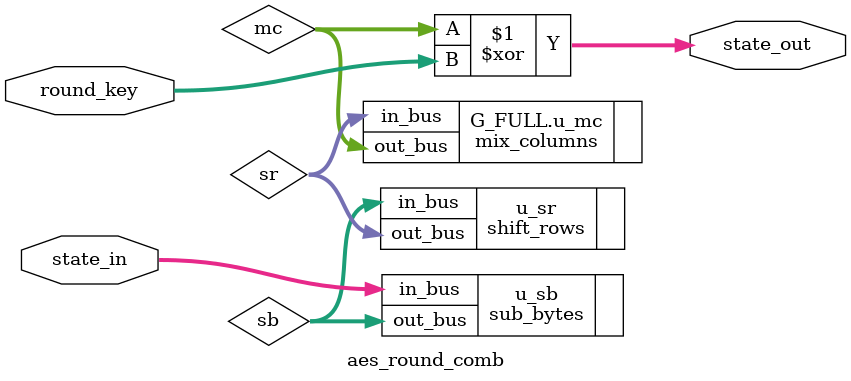
<source format=sv>
`timescale 1ns/1ps
module aes_round_comb #(
    parameter bit FINAL_ROUND = 1'b0
)(
    input  logic [127:0] state_in,
    input  logic [127:0] round_key,
    output logic [127:0] state_out
);
    logic [127:0] sb, sr, mc;

    sub_bytes  u_sb (.in_bus(state_in), .out_bus(sb));
    shift_rows u_sr (.in_bus(sb),       .out_bus(sr));

    generate
        if (!FINAL_ROUND) begin : G_FULL
            mix_columns u_mc (.in_bus(sr), .out_bus(mc));
            assign state_out = mc ^ round_key;     // AddRoundKey
        end else begin : G_LAST
            assign state_out = sr ^ round_key;     // Final round (no MC)
        end
    endgenerate
endmodule

</source>
